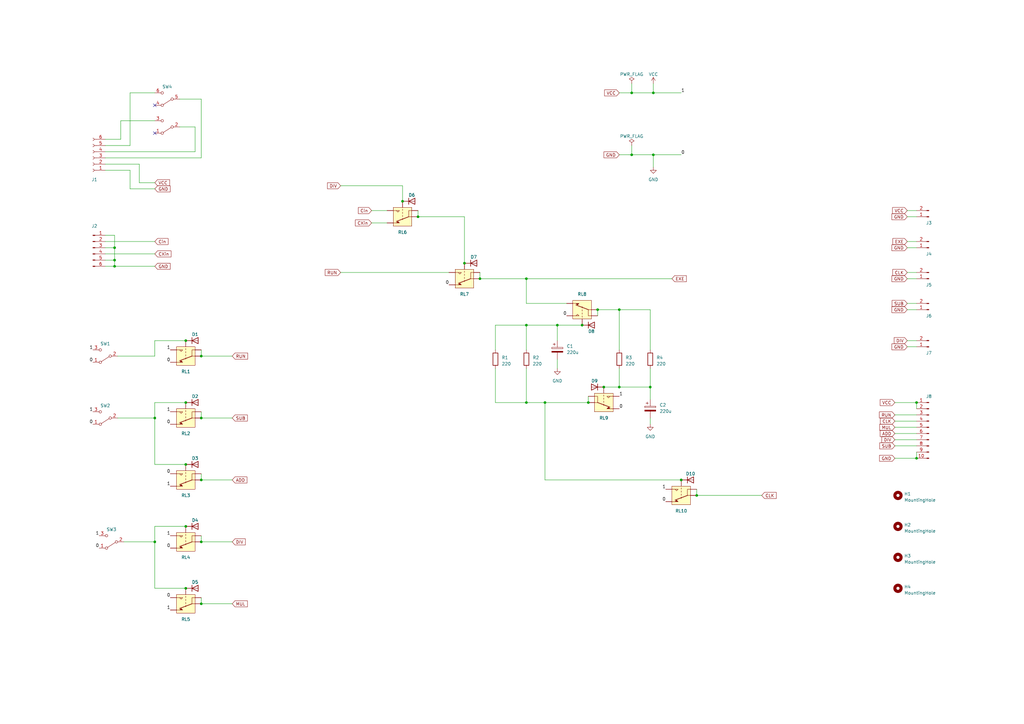
<source format=kicad_sch>
(kicad_sch (version 20230121) (generator eeschema)
  (paper "A3")
  (lib_symbols
    (symbol "Connector:Conn_01x02_Pin" (pin_names (offset 1.016) hide)
      (property "Reference" "J" (at 0 2.54 0))
      (property "Value" "Conn_01x02_Pin" (at 0 -5.08 0))
      (symbol "Conn_01x02_Pin_1_1"
        (polyline (pts (xy 1.27 -2.54) (xy 0.8636 -2.54)) (stroke (width 0.1524)))
        (polyline (pts (xy 1.27 0) (xy 0.8636 0)) (stroke (width 0.1524)))
        (rectangle (start 0.8636 -2.413) (end 0 -2.667) (stroke (width 0.1524)) (fill (type outline)))
        (rectangle (start 0.8636 0.127) (end 0 -0.127) (stroke (width 0.1524)) (fill (type outline)))
        (pin passive line (at 5.08 0 180) (length 3.81) (name "Pin_1") (number "1"))
        (pin passive line (at 5.08 -2.54 180) (length 3.81) (name "Pin_2") (number "2"))
      )
    )
    (symbol "Connector:Conn_01x06_Pin" (pin_names (offset 1.016) hide)
      (property "Reference" "J" (at 0 7.62 0))
      (property "Value" "Conn_01x06_Pin" (at 0 -10.16 0))
      (symbol "Conn_01x06_Pin_1_1"
        (polyline (pts (xy 1.27 -7.62) (xy 0.8636 -7.62)) (stroke (width 0.1524)))
        (polyline (pts (xy 1.27 -5.08) (xy 0.8636 -5.08)) (stroke (width 0.1524)))
        (polyline (pts (xy 1.27 -2.54) (xy 0.8636 -2.54)) (stroke (width 0.1524)))
        (polyline (pts (xy 1.27 0) (xy 0.8636 0)) (stroke (width 0.1524)))
        (polyline (pts (xy 1.27 2.54) (xy 0.8636 2.54)) (stroke (width 0.1524)))
        (polyline (pts (xy 1.27 5.08) (xy 0.8636 5.08)) (stroke (width 0.1524)))
        (rectangle (start 0.8636 -7.493) (end 0 -7.747) (stroke (width 0.1524)) (fill (type outline)))
        (rectangle (start 0.8636 -4.953) (end 0 -5.207) (stroke (width 0.1524)) (fill (type outline)))
        (rectangle (start 0.8636 -2.413) (end 0 -2.667) (stroke (width 0.1524)) (fill (type outline)))
        (rectangle (start 0.8636 0.127) (end 0 -0.127) (stroke (width 0.1524)) (fill (type outline)))
        (rectangle (start 0.8636 2.667) (end 0 2.413) (stroke (width 0.1524)) (fill (type outline)))
        (rectangle (start 0.8636 5.207) (end 0 4.953) (stroke (width 0.1524)) (fill (type outline)))
        (pin passive line (at 5.08 5.08 180) (length 3.81) (name "Pin_1") (number "1"))
        (pin passive line (at 5.08 2.54 180) (length 3.81) (name "Pin_2") (number "2"))
        (pin passive line (at 5.08 0 180) (length 3.81) (name "Pin_3") (number "3"))
        (pin passive line (at 5.08 -2.54 180) (length 3.81) (name "Pin_4") (number "4"))
        (pin passive line (at 5.08 -5.08 180) (length 3.81) (name "Pin_5") (number "5"))
        (pin passive line (at 5.08 -7.62 180) (length 3.81) (name "Pin_6") (number "6"))
      )
    )
    (symbol "Connector:Conn_01x06_Socket" (pin_names (offset 1.016) hide)
      (property "Reference" "J" (at 0 7.62 0))
      (property "Value" "Conn_01x06_Socket" (at 0 -10.16 0))
      (symbol "Conn_01x06_Socket_1_1"
        (arc (start 0 -7.112) (mid -0.5058 -7.62) (end 0 -8.128) (stroke (width 0.1524)))
        (arc (start 0 -4.572) (mid -0.5058 -5.08) (end 0 -5.588) (stroke (width 0.1524)))
        (arc (start 0 -2.032) (mid -0.5058 -2.54) (end 0 -3.048) (stroke (width 0.1524)))
        (polyline (pts (xy -1.27 -7.62) (xy -0.508 -7.62)) (stroke (width 0.1524)))
        (polyline (pts (xy -1.27 -5.08) (xy -0.508 -5.08)) (stroke (width 0.1524)))
        (polyline (pts (xy -1.27 -2.54) (xy -0.508 -2.54)) (stroke (width 0.1524)))
        (polyline (pts (xy -1.27 0) (xy -0.508 0)) (stroke (width 0.1524)))
        (polyline (pts (xy -1.27 2.54) (xy -0.508 2.54)) (stroke (width 0.1524)))
        (polyline (pts (xy -1.27 5.08) (xy -0.508 5.08)) (stroke (width 0.1524)))
        (arc (start 0 0.508) (mid -0.5058 0) (end 0 -0.508) (stroke (width 0.1524)))
        (arc (start 0 3.048) (mid -0.5058 2.54) (end 0 2.032) (stroke (width 0.1524)))
        (arc (start 0 5.588) (mid -0.5058 5.08) (end 0 4.572) (stroke (width 0.1524)))
        (pin passive line (at -5.08 5.08 0) (length 3.81) (name "Pin_1") (number "1"))
        (pin passive line (at -5.08 2.54 0) (length 3.81) (name "Pin_2") (number "2"))
        (pin passive line (at -5.08 0 0) (length 3.81) (name "Pin_3") (number "3"))
        (pin passive line (at -5.08 -2.54 0) (length 3.81) (name "Pin_4") (number "4"))
        (pin passive line (at -5.08 -5.08 0) (length 3.81) (name "Pin_5") (number "5"))
        (pin passive line (at -5.08 -7.62 0) (length 3.81) (name "Pin_6") (number "6"))
      )
    )
    (symbol "Connector:Conn_01x10_Pin" (pin_names (offset 1.016) hide)
      (property "Reference" "J" (at 0 12.7 0))
      (property "Value" "Conn_01x10_Pin" (at 0 -15.24 0))
      (symbol "Conn_01x10_Pin_1_1"
        (polyline (pts (xy 1.27 -12.7) (xy 0.8636 -12.7)) (stroke (width 0.1524)))
        (polyline (pts (xy 1.27 -10.16) (xy 0.8636 -10.16)) (stroke (width 0.1524)))
        (polyline (pts (xy 1.27 -7.62) (xy 0.8636 -7.62)) (stroke (width 0.1524)))
        (polyline (pts (xy 1.27 -5.08) (xy 0.8636 -5.08)) (stroke (width 0.1524)))
        (polyline (pts (xy 1.27 -2.54) (xy 0.8636 -2.54)) (stroke (width 0.1524)))
        (polyline (pts (xy 1.27 0) (xy 0.8636 0)) (stroke (width 0.1524)))
        (polyline (pts (xy 1.27 2.54) (xy 0.8636 2.54)) (stroke (width 0.1524)))
        (polyline (pts (xy 1.27 5.08) (xy 0.8636 5.08)) (stroke (width 0.1524)))
        (polyline (pts (xy 1.27 7.62) (xy 0.8636 7.62)) (stroke (width 0.1524)))
        (polyline (pts (xy 1.27 10.16) (xy 0.8636 10.16)) (stroke (width 0.1524)))
        (rectangle (start 0.8636 -12.573) (end 0 -12.827) (stroke (width 0.1524)) (fill (type outline)))
        (rectangle (start 0.8636 -10.033) (end 0 -10.287) (stroke (width 0.1524)) (fill (type outline)))
        (rectangle (start 0.8636 -7.493) (end 0 -7.747) (stroke (width 0.1524)) (fill (type outline)))
        (rectangle (start 0.8636 -4.953) (end 0 -5.207) (stroke (width 0.1524)) (fill (type outline)))
        (rectangle (start 0.8636 -2.413) (end 0 -2.667) (stroke (width 0.1524)) (fill (type outline)))
        (rectangle (start 0.8636 0.127) (end 0 -0.127) (stroke (width 0.1524)) (fill (type outline)))
        (rectangle (start 0.8636 2.667) (end 0 2.413) (stroke (width 0.1524)) (fill (type outline)))
        (rectangle (start 0.8636 5.207) (end 0 4.953) (stroke (width 0.1524)) (fill (type outline)))
        (rectangle (start 0.8636 7.747) (end 0 7.493) (stroke (width 0.1524)) (fill (type outline)))
        (rectangle (start 0.8636 10.287) (end 0 10.033) (stroke (width 0.1524)) (fill (type outline)))
        (pin passive line (at 5.08 10.16 180) (length 3.81) (name "Pin_1") (number "1"))
        (pin passive line (at 5.08 -12.7 180) (length 3.81) (name "Pin_10") (number "10"))
        (pin passive line (at 5.08 7.62 180) (length 3.81) (name "Pin_2") (number "2"))
        (pin passive line (at 5.08 5.08 180) (length 3.81) (name "Pin_3") (number "3"))
        (pin passive line (at 5.08 2.54 180) (length 3.81) (name "Pin_4") (number "4"))
        (pin passive line (at 5.08 0 180) (length 3.81) (name "Pin_5") (number "5"))
        (pin passive line (at 5.08 -2.54 180) (length 3.81) (name "Pin_6") (number "6"))
        (pin passive line (at 5.08 -5.08 180) (length 3.81) (name "Pin_7") (number "7"))
        (pin passive line (at 5.08 -7.62 180) (length 3.81) (name "Pin_8") (number "8"))
        (pin passive line (at 5.08 -10.16 180) (length 3.81) (name "Pin_9") (number "9"))
      )
    )
    (symbol "Device:C_Polarized" (pin_numbers hide) (pin_names (offset 0.254))
      (property "Reference" "C" (at 0.635 2.54 0))
      (property "Value" "C_Polarized" (at 0.635 -2.54 0))
      (symbol "C_Polarized_0_1"
        (rectangle (start -2.286 0.508) (end 2.286 1.016))
        (polyline (pts (xy -1.778 2.286) (xy -0.762 2.286)))
        (polyline (pts (xy -1.27 2.794) (xy -1.27 1.778)))
        (rectangle (start 2.286 -0.508) (end -2.286 -1.016) (fill (type outline)))
      )
      (symbol "C_Polarized_1_1"
        (pin passive line (at 0 3.81 270) (length 2.794) (name "~") (number "1"))
        (pin passive line (at 0 -3.81 90) (length 2.794) (name "~") (number "2"))
      )
    )
    (symbol "Device:R" (pin_numbers hide) (pin_names (offset 0))
      (property "Reference" "R" (at 2.032 0 90))
      (property "Value" "R" (at 0 0 90))
      (symbol "R_0_1"
        (rectangle (start -1.016 -2.54) (end 1.016 2.54) (stroke (width 0.254)))
      )
      (symbol "R_1_1"
        (pin passive line (at 0 3.81 270) (length 1.27) (name "~") (number "1"))
        (pin passive line (at 0 -3.81 90) (length 1.27) (name "~") (number "2"))
      )
    )
    (symbol "Mechanical:MountingHole" (pin_names (offset 1.016))
      (property "Reference" "H" (at 0 5.08 0))
      (property "Value" "MountingHole" (at 0 3.175 0))
      (symbol "MountingHole_0_1"
        (circle (center 0 0) (radius 1.27) (stroke (width 1.27)))
      )
    )
    (symbol "MevaLlibreria:1N4007_FLYB" (pin_numbers hide) (pin_names (offset 0.002))
      (property "Reference" "D" (at 0 2.54 0))
      (symbol "1N4007_FLYB_0_1"
        (polyline (pts (xy -1.27 1.27) (xy -1.27 -1.27)) (stroke (width 0.254)))
        (polyline (pts (xy 1.27 0) (xy -1.27 0)))
        (polyline (pts (xy 1.27 1.27) (xy 1.27 -1.27) (xy -1.27 0) (xy 1.27 1.27)) (stroke (width 0.254)))
      )
      (symbol "1N4007_FLYB_1_1"
        (pin passive line (at -3.81 0 0) (length 2.54) (name "~") (number "1"))
        (pin power_in line (at 1.27 0 0) (length 2.54) hide (name "GND") (number "2"))
      )
    )
    (symbol "MevaLlibreria:G5V-1" (pin_numbers hide)
      (property "Reference" "RL" (at 0 -5.08 0))
      (symbol "G5V-1_0_0"
        (polyline (pts (xy -3.81 2.54) (xy -1.27 2.54) (xy -1.905 1.905) (xy -2.54 2.54)))
      )
      (symbol "G5V-1_0_1"
        (rectangle (start -3.81 3.81) (end 3.81 -3.81) (fill (type background)))
        (polyline (pts (xy 0 -0.635) (xy 0 -1.27)))
        (polyline (pts (xy 0 0.635) (xy 0 0)))
        (polyline (pts (xy 0 1.905) (xy 0 1.27)))
        (polyline (pts (xy 0 3.175) (xy 0 2.54)))
        (polyline (pts (xy 2.54 0) (xy -2.54 -1.905)) (stroke (width 0.254)))
        (polyline (pts (xy 3.81 0) (xy 2.54 0)))
        (polyline (pts (xy -3.81 -2.54) (xy -1.27 -2.54) (xy -1.905 -1.905) (xy -2.54 -2.54)) (fill (type outline)))
      )
      (symbol "G5V-1_1_1"
        (polyline (pts (xy 3.81 2.54) (xy 2.54 2.54) (xy 2.54 0)))
        (pin input line (at -6.35 -2.54 0) (length 2.54) (name "~") (number "1"))
        (pin input line (at -6.35 2.54 0) (length 2.54) (name "~") (number "10"))
        (pin power_in line (at 2.54 -2.54 270) (length 2.54) hide (name "GND") (number "2"))
        (pin output line (at 6.35 0 180) (length 2.54) (name "~") (number "5"))
        (pin passive line (at 6.35 2.54 180) (length 2.54) (name "~") (number "6"))
        (pin input line (at 0 6.35 270) (length 2.54) (name "~") (number "9"))
      )
    )
    (symbol "MevaLlibreria:SW_DPDT" (pin_names (offset 0) hide)
      (property "Reference" "SW" (at 0 -16.51 0))
      (symbol "SW_DPDT_0_0"
        (circle (center -2.032 -11.43) (radius 0.508))
        (circle (center -2.032 0) (radius 0.508))
        (circle (center 2.032 -13.97) (radius 0.508))
        (circle (center 2.032 -2.54) (radius 0.508))
      )
      (symbol "SW_DPDT_0_1"
        (polyline (pts (xy -1.524 -11.176) (xy 1.651 -9.144)))
        (polyline (pts (xy -1.524 0.254) (xy 1.651 2.286)))
        (circle (center 2.032 -8.89) (radius 0.508))
        (circle (center 2.032 2.54) (radius 0.508))
      )
      (symbol "SW_DPDT_1_1"
        (pin passive line (at 5.08 2.54 180) (length 2.54) (name "A") (number "1"))
        (pin passive line (at -5.08 0 0) (length 2.54) (name "B") (number "2"))
        (pin passive line (at 5.08 -2.54 180) (length 2.54) (name "C") (number "3"))
        (pin passive line (at 5.08 -8.89 180) (length 2.54) (name "D") (number "4"))
        (pin passive line (at -5.08 -11.43 0) (length 2.54) (name "E") (number "5"))
        (pin passive line (at 5.08 -13.97 180) (length 2.54) (name "F") (number "6"))
      )
    )
    (symbol "MevaLlibreria:SW_SPDT" (pin_names (offset 0) hide)
      (property "Reference" "SW" (at 0 -5.08 0))
      (symbol "SW_SPDT_0_0"
        (circle (center -2.032 0) (radius 0.508))
        (circle (center 2.032 -2.54) (radius 0.508))
      )
      (symbol "SW_SPDT_0_1"
        (polyline (pts (xy -1.524 0.254) (xy 1.651 2.286)))
        (circle (center 2.032 2.54) (radius 0.508))
      )
      (symbol "SW_SPDT_1_1"
        (pin passive line (at 5.08 2.54 180) (length 2.54) (name "A") (number "1"))
        (pin passive line (at -5.08 0 0) (length 2.54) (name "B") (number "2"))
        (pin passive line (at 5.08 -2.54 180) (length 2.54) (name "C") (number "3"))
      )
    )
    (symbol "power:GND" (power) (pin_names (offset 0))
      (property "Value" "GND" (at 0 -3.81 0))
      (symbol "GND_0_1"
        (polyline (pts (xy 0 0) (xy 0 -1.27) (xy 1.27 -1.27) (xy 0 -2.54) (xy -1.27 -1.27) (xy 0 -1.27)))
      )
      (symbol "GND_1_1"
        (pin power_in line (at 0 0 270) (length 0) hide (name "GND") (number "1"))
      )
    )
    (symbol "power:PWR_FLAG" (power) (pin_numbers hide) (pin_names (offset 0) hide)
      (property "Value" "PWR_FLAG" (at 0 3.81 0))
      (symbol "PWR_FLAG_0_0"
        (pin power_out line (at 0 0 90) (length 0) (name "pwr") (number "1"))
      )
      (symbol "PWR_FLAG_0_1"
        (polyline (pts (xy 0 0) (xy 0 1.27) (xy -1.016 1.905) (xy 0 2.54) (xy 1.016 1.905) (xy 0 1.27)))
      )
    )
    (symbol "power:VCC" (power) (pin_names (offset 0))
      (property "Value" "VCC" (at 0 3.81 0))
      (symbol "VCC_0_1"
        (polyline (pts (xy -0.762 1.27) (xy 0 2.54)))
        (polyline (pts (xy 0 0) (xy 0 2.54)))
        (polyline (pts (xy 0 2.54) (xy 0.762 1.27)))
      )
      (symbol "VCC_1_1"
        (pin power_in line (at 0 0 90) (length 0) hide (name "VCC") (number "1"))
      )
    )
  )
  (junction (at 46.99 106.68))
  (junction (at 82.55 146.05))
  (junction (at 46.99 101.6))
  (junction (at 267.97 63.5))
  (junction (at 267.97 38.1))
  (junction (at 171.45 88.9))
  (junction (at 285.75 203.2))
  (junction (at 76.2 165.1))
  (junction (at 228.6 133.35))
  (junction (at 254 158.75))
  (junction (at 238.76 133.35))
  (junction (at 76.2 139.7))
  (junction (at 245.11 127))
  (junction (at 215.9 133.35))
  (junction (at 375.92 187.96))
  (junction (at 165.1 82.55))
  (junction (at 190.5 107.95))
  (junction (at 82.55 222.25))
  (junction (at 76.2 241.3))
  (junction (at 259.08 38.1))
  (junction (at 46.99 109.22))
  (junction (at 375.92 165.1))
  (junction (at 215.9 114.3))
  (junction (at 254 127))
  (junction (at 82.55 247.65))
  (junction (at 82.55 196.85))
  (junction (at 63.5 171.45))
  (junction (at 76.2 190.5))
  (junction (at 223.52 165.1))
  (junction (at 241.3 165.1))
  (junction (at 63.5 222.25))
  (junction (at 247.65 158.75))
  (junction (at 196.85 114.3))
  (junction (at 266.7 158.75))
  (junction (at 215.9 165.1))
  (junction (at 279.4 196.85))
  (junction (at 76.2 215.9))
  (junction (at 259.08 63.5))
  (junction (at 82.55 171.45))
  (no_connect (at 63.5 43.18))
  (no_connect (at 63.5 54.61))
  (wire (pts (xy 367.03 170.18) (xy 375.92 170.18)))
  (wire (pts (xy 63.5 222.25) (xy 63.5 215.9)))
  (wire (pts (xy 82.55 194.31) (xy 82.55 196.85)))
  (wire (pts (xy 43.18 99.06) (xy 63.5 99.06)))
  (wire (pts (xy 82.55 219.71) (xy 82.55 222.25)))
  (wire (pts (xy 254 127) (xy 254 143.51)))
  (wire (pts (xy 49.53 57.15) (xy 49.53 49.53)))
  (wire (pts (xy 254 127) (xy 266.7 127)))
  (wire (pts (xy 279.4 196.85) (xy 223.52 196.85)))
  (wire (pts (xy 63.5 146.05) (xy 63.5 139.7)))
  (wire (pts (xy 165.1 76.2) (xy 165.1 82.55)))
  (wire (pts (xy 80.01 52.07) (xy 73.66 52.07)))
  (wire (pts (xy 267.97 38.1) (xy 279.4 38.1)))
  (wire (pts (xy 43.18 101.6) (xy 46.99 101.6)))
  (wire (pts (xy 53.34 38.1) (xy 63.5 38.1)))
  (wire (pts (xy 63.5 74.93) (xy 57.15 74.93)))
  (wire (pts (xy 203.2 133.35) (xy 215.9 133.35)))
  (wire (pts (xy 82.55 168.91) (xy 82.55 171.45)))
  (wire (pts (xy 372.11 101.6) (xy 375.92 101.6)))
  (wire (pts (xy 259.08 38.1) (xy 267.97 38.1)))
  (wire (pts (xy 48.26 171.45) (xy 63.5 171.45)))
  (wire (pts (xy 43.18 109.22) (xy 46.99 109.22)))
  (wire (pts (xy 43.18 59.69) (xy 53.34 59.69)))
  (wire (pts (xy 367.03 177.8) (xy 375.92 177.8)))
  (wire (pts (xy 245.11 127) (xy 254 127)))
  (wire (pts (xy 43.18 106.68) (xy 46.99 106.68)))
  (wire (pts (xy 247.65 158.75) (xy 254 158.75)))
  (wire (pts (xy 372.11 88.9) (xy 375.92 88.9)))
  (wire (pts (xy 53.34 59.69) (xy 53.34 38.1)))
  (wire (pts (xy 139.7 76.2) (xy 165.1 76.2)))
  (wire (pts (xy 372.11 86.36) (xy 375.92 86.36)))
  (wire (pts (xy 82.55 245.11) (xy 82.55 247.65)))
  (wire (pts (xy 171.45 86.36) (xy 171.45 88.9)))
  (wire (pts (xy 254 158.75) (xy 266.7 158.75)))
  (wire (pts (xy 228.6 133.35) (xy 238.76 133.35)))
  (wire (pts (xy 266.7 171.45) (xy 266.7 173.99)))
  (wire (pts (xy 46.99 101.6) (xy 46.99 106.68)))
  (wire (pts (xy 190.5 88.9) (xy 190.5 107.95)))
  (wire (pts (xy 372.11 127) (xy 375.92 127)))
  (wire (pts (xy 196.85 111.76) (xy 196.85 114.3)))
  (wire (pts (xy 63.5 241.3) (xy 63.5 222.25)))
  (wire (pts (xy 375.92 167.64) (xy 375.92 165.1)))
  (wire (pts (xy 215.9 133.35) (xy 215.9 143.51)))
  (wire (pts (xy 215.9 151.13) (xy 215.9 165.1)))
  (wire (pts (xy 367.03 180.34) (xy 375.92 180.34)))
  (wire (pts (xy 63.5 171.45) (xy 63.5 190.5)))
  (wire (pts (xy 82.55 64.77) (xy 82.55 40.64)))
  (wire (pts (xy 53.34 77.47) (xy 53.34 69.85)))
  (wire (pts (xy 215.9 114.3) (xy 275.59 114.3)))
  (wire (pts (xy 63.5 171.45) (xy 63.5 165.1)))
  (wire (pts (xy 254 63.5) (xy 259.08 63.5)))
  (wire (pts (xy 43.18 96.52) (xy 46.99 96.52)))
  (wire (pts (xy 215.9 133.35) (xy 228.6 133.35)))
  (wire (pts (xy 46.99 109.22) (xy 63.5 109.22)))
  (wire (pts (xy 372.11 99.06) (xy 375.92 99.06)))
  (wire (pts (xy 254 151.13) (xy 254 158.75)))
  (wire (pts (xy 95.25 146.05) (xy 82.55 146.05)))
  (wire (pts (xy 43.18 64.77) (xy 82.55 64.77)))
  (wire (pts (xy 82.55 143.51) (xy 82.55 146.05)))
  (wire (pts (xy 46.99 96.52) (xy 46.99 101.6)))
  (wire (pts (xy 228.6 133.35) (xy 228.6 139.7)))
  (wire (pts (xy 259.08 63.5) (xy 267.97 63.5)))
  (wire (pts (xy 203.2 133.35) (xy 203.2 143.51)))
  (wire (pts (xy 215.9 114.3) (xy 196.85 114.3)))
  (wire (pts (xy 50.8 222.25) (xy 63.5 222.25)))
  (wire (pts (xy 367.03 175.26) (xy 375.92 175.26)))
  (wire (pts (xy 285.75 200.66) (xy 285.75 203.2)))
  (wire (pts (xy 267.97 63.5) (xy 279.4 63.5)))
  (wire (pts (xy 95.25 171.45) (xy 82.55 171.45)))
  (wire (pts (xy 203.2 165.1) (xy 215.9 165.1)))
  (wire (pts (xy 80.01 52.07) (xy 80.01 62.23)))
  (wire (pts (xy 223.52 165.1) (xy 241.3 165.1)))
  (wire (pts (xy 259.08 59.69) (xy 259.08 63.5)))
  (wire (pts (xy 171.45 88.9) (xy 190.5 88.9)))
  (wire (pts (xy 76.2 241.3) (xy 63.5 241.3)))
  (wire (pts (xy 367.03 172.72) (xy 375.92 172.72)))
  (wire (pts (xy 372.11 111.76) (xy 375.92 111.76)))
  (wire (pts (xy 139.7 111.76) (xy 184.15 111.76)))
  (wire (pts (xy 95.25 222.25) (xy 82.55 222.25)))
  (wire (pts (xy 367.03 165.1) (xy 375.92 165.1)))
  (wire (pts (xy 267.97 63.5) (xy 267.97 68.58)))
  (wire (pts (xy 95.25 247.65) (xy 82.55 247.65)))
  (wire (pts (xy 57.15 74.93) (xy 57.15 67.31)))
  (wire (pts (xy 215.9 114.3) (xy 215.9 124.46)))
  (wire (pts (xy 43.18 69.85) (xy 53.34 69.85)))
  (wire (pts (xy 63.5 215.9) (xy 76.2 215.9)))
  (wire (pts (xy 372.11 139.7) (xy 375.92 139.7)))
  (wire (pts (xy 372.11 142.24) (xy 375.92 142.24)))
  (wire (pts (xy 266.7 158.75) (xy 266.7 163.83)))
  (wire (pts (xy 152.4 91.44) (xy 158.75 91.44)))
  (wire (pts (xy 215.9 124.46) (xy 232.41 124.46)))
  (wire (pts (xy 43.18 104.14) (xy 63.5 104.14)))
  (wire (pts (xy 46.99 106.68) (xy 46.99 109.22)))
  (wire (pts (xy 372.11 114.3) (xy 375.92 114.3)))
  (wire (pts (xy 241.3 162.56) (xy 241.3 165.1)))
  (wire (pts (xy 215.9 165.1) (xy 223.52 165.1)))
  (wire (pts (xy 312.42 203.2) (xy 285.75 203.2)))
  (wire (pts (xy 63.5 77.47) (xy 53.34 77.47)))
  (wire (pts (xy 228.6 147.32) (xy 228.6 151.13)))
  (wire (pts (xy 43.18 62.23) (xy 80.01 62.23)))
  (wire (pts (xy 259.08 34.29) (xy 259.08 38.1)))
  (wire (pts (xy 43.18 57.15) (xy 49.53 57.15)))
  (wire (pts (xy 367.03 182.88) (xy 375.92 182.88)))
  (wire (pts (xy 95.25 196.85) (xy 82.55 196.85)))
  (wire (pts (xy 203.2 151.13) (xy 203.2 165.1)))
  (wire (pts (xy 267.97 38.1) (xy 267.97 34.29)))
  (wire (pts (xy 43.18 67.31) (xy 57.15 67.31)))
  (wire (pts (xy 266.7 151.13) (xy 266.7 158.75)))
  (wire (pts (xy 152.4 86.36) (xy 158.75 86.36)))
  (wire (pts (xy 375.92 187.96) (xy 375.92 185.42)))
  (wire (pts (xy 367.03 187.96) (xy 375.92 187.96)))
  (wire (pts (xy 372.11 124.46) (xy 375.92 124.46)))
  (wire (pts (xy 76.2 190.5) (xy 63.5 190.5)))
  (wire (pts (xy 63.5 165.1) (xy 76.2 165.1)))
  (wire (pts (xy 245.11 127) (xy 245.11 129.54)))
  (wire (pts (xy 63.5 139.7) (xy 76.2 139.7)))
  (wire (pts (xy 223.52 196.85) (xy 223.52 165.1)))
  (wire (pts (xy 254 38.1) (xy 259.08 38.1)))
  (wire (pts (xy 266.7 127) (xy 266.7 143.51)))
  (wire (pts (xy 82.55 40.64) (xy 73.66 40.64)))
  (wire (pts (xy 49.53 49.53) (xy 63.5 49.53)))
  (wire (pts (xy 48.26 146.05) (xy 63.5 146.05)))
  (label "0" (at 232.41 129.54 180))
  (label "1" (at 273.05 200.66 180))
  (label "0" (at 69.85 194.31 180))
  (label "0" (at 273.05 205.74 180))
  (label "1" (at 254 162.56 0))
  (label "1" (at 69.85 250.19 180))
  (label "0" (at 69.85 245.11 180))
  (label "1" (at 69.85 168.91 180))
  (label "0" (at 69.85 173.99 180))
  (label "1" (at 279.4 38.1 0))
  (label "1" (at 38.1 143.51 180))
  (label "1" (at 69.85 219.71 180))
  (label "1" (at 38.1 168.91 180))
  (label "0" (at 38.1 148.59 180))
  (label "0" (at 69.85 148.59 180))
  (label "1" (at 40.64 219.71 180))
  (label "0" (at 69.85 224.79 180))
  (label "0" (at 40.64 224.79 180))
  (label "1" (at 69.85 143.51 180))
  (label "0" (at 279.4 63.5 0))
  (label "0" (at 184.15 116.84 180))
  (label "0" (at 38.1 173.99 180))
  (label "0" (at 254 167.64 0))
  (label "1" (at 69.85 199.39 180))
  (global_label "RUN" (shape input) (at 367.03 170.18 180) (property "Intersheetrefs" "${INTERSHEET_REFS}" (effects hide)))
  (global_label "VCC" (shape input) (at 254 38.1 180) (property "Intersheetrefs" "${INTERSHEET_REFS}" (effects hide)))
  (global_label "GND" (shape input) (at 372.11 127 180) (property "Intersheetrefs" "${INTERSHEET_REFS}" (effects hide)))
  (global_label "SUB" (shape input) (at 372.11 124.46 180) (property "Intersheetrefs" "${INTERSHEET_REFS}" (effects hide)))
  (global_label "EXE" (shape input) (at 372.11 99.06 180) (property "Intersheetrefs" "${INTERSHEET_REFS}" (effects hide)))
  (global_label "VCC" (shape input) (at 367.03 165.1 180) (property "Intersheetrefs" "${INTERSHEET_REFS}" (effects hide)))
  (global_label "MUL" (shape input) (at 95.25 247.65 0) (property "Intersheetrefs" "${INTERSHEET_REFS}" (effects hide)))
  (global_label "CLK" (shape input) (at 372.11 111.76 180) (property "Intersheetrefs" "${INTERSHEET_REFS}" (effects hide)))
  (global_label "EXE" (shape input) (at 275.59 114.3 0) (property "Intersheetrefs" "${INTERSHEET_REFS}" (effects hide)))
  (global_label "GND" (shape input) (at 372.11 88.9 180) (property "Intersheetrefs" "${INTERSHEET_REFS}" (effects hide)))
  (global_label "GND" (shape input) (at 254 63.5 180) (property "Intersheetrefs" "${INTERSHEET_REFS}" (effects hide)))
  (global_label "Cin" (shape input) (at 63.5 99.06 0) (property "Intersheetrefs" "${INTERSHEET_REFS}" (effects hide)))
  (global_label "DIV" (shape input) (at 139.7 76.2 180) (property "Intersheetrefs" "${INTERSHEET_REFS}" (effects hide)))
  (global_label "ADD" (shape input) (at 95.25 196.85 0) (property "Intersheetrefs" "${INTERSHEET_REFS}" (effects hide)))
  (global_label "DIV" (shape input) (at 372.11 139.7 180) (property "Intersheetrefs" "${INTERSHEET_REFS}" (effects hide)))
  (global_label "CXin" (shape input) (at 63.5 104.14 0) (property "Intersheetrefs" "${INTERSHEET_REFS}" (effects hide)))
  (global_label "DIV" (shape input) (at 367.03 180.34 180) (property "Intersheetrefs" "${INTERSHEET_REFS}" (effects hide)))
  (global_label "ADD" (shape input) (at 367.03 177.8 180) (property "Intersheetrefs" "${INTERSHEET_REFS}" (effects hide)))
  (global_label "GND" (shape input) (at 372.11 101.6 180) (property "Intersheetrefs" "${INTERSHEET_REFS}" (effects hide)))
  (global_label "RUN" (shape input) (at 139.7 111.76 180) (property "Intersheetrefs" "${INTERSHEET_REFS}" (effects hide)))
  (global_label "GND" (shape input) (at 63.5 77.47 0) (property "Intersheetrefs" "${INTERSHEET_REFS}" (effects hide)))
  (global_label "Cin" (shape input) (at 152.4 86.36 180) (property "Intersheetrefs" "${INTERSHEET_REFS}" (effects hide)))
  (global_label "SUB" (shape input) (at 95.25 171.45 0) (property "Intersheetrefs" "${INTERSHEET_REFS}" (effects hide)))
  (global_label "MUL" (shape input) (at 367.03 175.26 180) (property "Intersheetrefs" "${INTERSHEET_REFS}" (effects hide)))
  (global_label "GND" (shape input) (at 63.5 109.22 0) (property "Intersheetrefs" "${INTERSHEET_REFS}" (effects hide)))
  (global_label "DIV" (shape input) (at 95.25 222.25 0) (property "Intersheetrefs" "${INTERSHEET_REFS}" (effects hide)))
  (global_label "SUB" (shape input) (at 367.03 182.88 180) (property "Intersheetrefs" "${INTERSHEET_REFS}" (effects hide)))
  (global_label "GND" (shape input) (at 367.03 187.96 180) (property "Intersheetrefs" "${INTERSHEET_REFS}" (effects hide)))
  (global_label "CLK" (shape input) (at 312.42 203.2 0) (property "Intersheetrefs" "${INTERSHEET_REFS}" (effects hide)))
  (global_label "GND" (shape input) (at 372.11 142.24 180) (property "Intersheetrefs" "${INTERSHEET_REFS}" (effects hide)))
  (global_label "GND" (shape input) (at 372.11 114.3 180) (property "Intersheetrefs" "${INTERSHEET_REFS}" (effects hide)))
  (global_label "VCC" (shape input) (at 372.11 86.36 180) (property "Intersheetrefs" "${INTERSHEET_REFS}" (effects hide)))
  (global_label "RUN" (shape input) (at 95.25 146.05 0) (property "Intersheetrefs" "${INTERSHEET_REFS}" (effects hide)))
  (global_label "VCC" (shape input) (at 63.5 74.93 0) (property "Intersheetrefs" "${INTERSHEET_REFS}" (effects hide)))
  (global_label "CLK" (shape input) (at 367.03 172.72 180) (property "Intersheetrefs" "${INTERSHEET_REFS}" (effects hide)))
  (global_label "CXin" (shape input) (at 152.4 91.44 180) (property "Intersheetrefs" "${INTERSHEET_REFS}" (effects hide)))
  (symbol (lib_id "Connector:Conn_01x10_Pin") (at 381 175.26 0) (mirror y) (unit 1)
    (property "Reference" "J8" (at 381 162.56 0))
    (property "Value" "Conn_01x10_Pin" (effects hide))
    (property "Footprint" "Connector_IDC:IDC-Header_2x05_P2.54mm_Horizontal" (effects hide))
  )
  (symbol (lib_id "Connector:Conn_01x02_Pin") (at 381 127 180) (unit 1)
    (property "Reference" "J6" (at 381 129.54 0))
    (property "Value" "Conn_01x02_Pin" (effects hide))
    (property "Footprint" "Connector_JST:JST_XH_B2B-XH-A_1x02_P2.50mm_Vertical" (effects hide))
  )
  (symbol (lib_id "MevaLlibreria:G5V-1") (at 76.2 196.85 0) (unit 1)
    (property "Reference" "RL3" (at 76.2 203.2 0))
    (property "Value" "G5V-1" (effects hide))
    (property "Footprint" "MevaLlibreriaFootprint:Relay_SPDT_Omron_G5V-1_girat" (effects hide))
    (property "Sim.Name" "74LVC1G3157" (effects hide))
    (property "Sim.Library" "../SpiceModelsGlobal/AnalogSPDT.txt" (effects hide))
    (property "Sim.Device" "SUBCKT" (effects hide))
    (property "Sim.Pins" "1=1 3=3 4=4 5=5 6=6" (effects hide))
  )
  (symbol (lib_id "Connector:Conn_01x06_Pin") (at 38.1 101.6 0) (unit 1)
    (property "Reference" "J2" (at 38.735 92.71 0))
    (property "Value" "Conn_01x06_Pin" (effects hide))
    (property "Footprint" "Connector_IDC:IDC-Header_2x03_P2.54mm_Horizontal" (effects hide))
  )
  (symbol (lib_id "MevaLlibreria:G5V-1") (at 247.65 165.1 0) (mirror y) (unit 1)
    (property "Reference" "RL9" (at 247.65 171.45 0))
    (property "Value" "G5V-1" (effects hide))
    (property "Footprint" "MevaLlibreriaFootprint:Relay_SPDT_Omron_G5V-1_girat" (effects hide))
    (property "Sim.Name" "74LVC1G3157" (effects hide))
    (property "Sim.Library" "../SpiceModelsGlobal/AnalogSPDT.txt" (effects hide))
    (property "Sim.Device" "SUBCKT" (effects hide))
    (property "Sim.Pins" "1=1 3=3 4=4 5=5 6=6" (effects hide))
  )
  (symbol (lib_id "MevaLlibreria:1N4007_FLYB") (at 80.01 215.9 0) (unit 1)
    (property "Reference" "D4" (at 80.01 213.36 0))
    (property "Value" "1N4007_FLYB" (effects hide))
    (property "Footprint" "Diode_THT:D_A-405_P2.54mm_Vertical_KathodeUp" (effects hide))
    (property "Datasheet" "http://www.vishay.com/docs/88503/1n4001.pdf" (effects hide))
    (property "Sim.Device" "D" (effects hide))
    (property "Sim.Pins" "1=K 2=A" (effects hide))
  )
  (symbol (lib_id "MevaLlibreria:G5V-1") (at 165.1 88.9 0) (unit 1)
    (property "Reference" "RL6" (at 165.1 95.25 0))
    (property "Value" "G5V-1" (effects hide))
    (property "Footprint" "MevaLlibreriaFootprint:Relay_SPDT_Omron_G5V-1_girat" (effects hide))
    (property "Sim.Name" "74LVC1G3157" (effects hide))
    (property "Sim.Library" "../SpiceModelsGlobal/AnalogSPDT.txt" (effects hide))
    (property "Sim.Device" "SUBCKT" (effects hide))
    (property "Sim.Pins" "1=1 3=3 4=4 5=5 6=6" (effects hide))
  )
  (symbol (lib_id "Mechanical:MountingHole") (at 368.3 241.3 0) (unit 1)
    (property "Reference" "H4" (at 370.84 240.665 0) (effects (justify left)))
    (property "Value" "MountingHole" (at 370.84 243.205 0) (effects (justify left)))
    (property "Footprint" "MountingHole:MountingHole_3.2mm_M3_DIN965_Pad" (effects hide))
  )
  (symbol (lib_id "Connector:Conn_01x06_Socket") (at 38.1 64.77 180) (unit 1)
    (property "Reference" "J1" (at 38.735 73.66 0))
    (property "Value" "Conn_01x06_Socket" (effects hide))
    (property "Footprint" "TerminalBlock_Phoenix:TerminalBlock_Phoenix_MKDS-1,5-6-5.08_1x06_P5.08mm_Horizontal" (effects hide))
  )
  (symbol (lib_id "MevaLlibreria:1N4007_FLYB") (at 168.91 82.55 0) (unit 1)
    (property "Reference" "D6" (at 168.91 80.01 0))
    (property "Value" "1N4007_FLYB" (effects hide))
    (property "Footprint" "Diode_THT:D_A-405_P2.54mm_Vertical_KathodeUp" (effects hide))
    (property "Datasheet" "http://www.vishay.com/docs/88503/1n4001.pdf" (effects hide))
    (property "Sim.Device" "D" (effects hide))
    (property "Sim.Pins" "1=K 2=A" (effects hide))
  )
  (symbol (lib_id "Device:C_Polarized") (at 228.6 143.51 0) (unit 1)
    (property "Reference" "C1" (at 232.41 141.986 0) (effects (justify left)))
    (property "Value" "220u" (at 232.41 144.526 0) (effects (justify left)))
    (property "Footprint" "Capacitor_THT:CP_Radial_D10.0mm_P5.00mm" (effects hide))
    (property "Sim.Device" "C" (effects hide))
    (property "Sim.Pins" "1=+ 2=-" (effects hide))
  )
  (symbol (lib_id "MevaLlibreria:G5V-1") (at 279.4 203.2 0) (unit 1)
    (property "Reference" "RL10" (at 279.4 209.55 0))
    (property "Value" "G5V-1" (effects hide))
    (property "Footprint" "MevaLlibreriaFootprint:Relay_SPDT_Omron_G5V-1_girat" (effects hide))
    (property "Sim.Name" "74LVC1G3157" (effects hide))
    (property "Sim.Library" "../SpiceModelsGlobal/AnalogSPDT.txt" (effects hide))
    (property "Sim.Device" "SUBCKT" (effects hide))
    (property "Sim.Pins" "1=1 3=3 4=4 5=5 6=6" (effects hide))
  )
  (symbol (lib_id "MevaLlibreria:G5V-1") (at 190.5 114.3 0) (unit 1)
    (property "Reference" "RL7" (at 190.5 120.65 0))
    (property "Value" "G5V-1" (effects hide))
    (property "Footprint" "MevaLlibreriaFootprint:Relay_SPDT_Omron_G5V-1_girat" (effects hide))
    (property "Sim.Name" "74LVC1G3157" (effects hide))
    (property "Sim.Library" "../SpiceModelsGlobal/AnalogSPDT.txt" (effects hide))
    (property "Sim.Device" "SUBCKT" (effects hide))
    (property "Sim.Pins" "1=1 3=3 4=4 5=5 6=6" (effects hide))
  )
  (symbol (lib_id "power:PWR_FLAG") (at 259.08 59.69 0) (unit 1)
    (property "Reference" "#FLG02" (effects hide))
    (property "Value" "PWR_FLAG" (at 259.08 55.88 0))
  )
  (symbol (lib_id "MevaLlibreria:G5V-1") (at 76.2 146.05 0) (unit 1)
    (property "Reference" "RL1" (at 76.2 152.4 0))
    (property "Value" "G5V-1" (effects hide))
    (property "Footprint" "MevaLlibreriaFootprint:Relay_SPDT_Omron_G5V-1_girat" (effects hide))
    (property "Sim.Name" "74LVC1G3157" (effects hide))
    (property "Sim.Library" "../SpiceModelsGlobal/AnalogSPDT.txt" (effects hide))
    (property "Sim.Device" "SUBCKT" (effects hide))
    (property "Sim.Pins" "1=1 3=3 4=4 5=5 6=6" (effects hide))
  )
  (symbol (lib_id "power:GND") (at 267.97 68.58 0) (unit 1)
    (property "Reference" "#PWR04" (effects hide))
    (property "Value" "GND" (at 267.97 73.66 0))
  )
  (symbol (lib_id "MevaLlibreria:1N4007_FLYB") (at 194.31 107.95 0) (unit 1)
    (property "Reference" "D7" (at 194.31 105.41 0))
    (property "Value" "1N4007_FLYB" (effects hide))
    (property "Footprint" "Diode_THT:D_A-405_P2.54mm_Vertical_KathodeUp" (effects hide))
    (property "Datasheet" "http://www.vishay.com/docs/88503/1n4001.pdf" (effects hide))
    (property "Sim.Device" "D" (effects hide))
    (property "Sim.Pins" "1=K 2=A" (effects hide))
  )
  (symbol (lib_id "Mechanical:MountingHole") (at 368.3 203.2 0) (unit 1)
    (property "Reference" "H1" (at 370.84 202.565 0) (effects (justify left)))
    (property "Value" "MountingHole" (at 370.84 205.105 0) (effects (justify left)))
    (property "Footprint" "MountingHole:MountingHole_3.2mm_M3_DIN965_Pad" (effects hide))
  )
  (symbol (lib_id "MevaLlibreria:SW_DPDT") (at 68.58 52.07 180) (unit 1)
    (property "Reference" "SW4" (at 68.58 35.56 0))
    (property "Value" "SW_DPDT" (effects hide))
    (property "Footprint" "MevaLlibreriaFootprint:SW_Toggle_DPDT_Vertical_Oval" (effects hide))
  )
  (symbol (lib_id "power:GND") (at 228.6 151.13 0) (unit 1)
    (property "Reference" "#PWR01" (effects hide))
    (property "Value" "GND" (at 228.6 156.21 0))
  )
  (symbol (lib_id "Mechanical:MountingHole") (at 368.3 215.9 0) (unit 1)
    (property "Reference" "H2" (at 370.84 215.265 0) (effects (justify left)))
    (property "Value" "MountingHole" (at 370.84 217.805 0) (effects (justify left)))
    (property "Footprint" "MountingHole:MountingHole_3.2mm_M3_DIN965_Pad" (effects hide))
  )
  (symbol (lib_id "MevaLlibreria:G5V-1") (at 238.76 127 0) (mirror x) (unit 1)
    (property "Reference" "RL8" (at 238.76 120.65 0))
    (property "Value" "G5V-1" (effects hide))
    (property "Footprint" "MevaLlibreriaFootprint:Relay_SPDT_Omron_G5V-1_girat" (effects hide))
    (property "Sim.Name" "74LVC1G3157" (effects hide))
    (property "Sim.Library" "../SpiceModelsGlobal/AnalogSPDT.txt" (effects hide))
    (property "Sim.Device" "SUBCKT" (effects hide))
    (property "Sim.Pins" "1=1 3=3 4=4 5=5 6=6" (effects hide))
  )
  (symbol (lib_id "MevaLlibreria:SW_SPDT") (at 43.18 171.45 180) (unit 1)
    (property "Reference" "SW2" (at 43.18 166.37 0))
    (property "Value" "SW_SPDT" (effects hide))
    (property "Footprint" "MevaLlibreriaFootprint:SW_Toggle_SPDT_Vertical_Oval" (effects hide))
  )
  (symbol (lib_id "MevaLlibreria:1N4007_FLYB") (at 80.01 190.5 0) (unit 1)
    (property "Reference" "D3" (at 80.01 187.96 0))
    (property "Value" "1N4007_FLYB" (effects hide))
    (property "Footprint" "Diode_THT:D_A-405_P2.54mm_Vertical_KathodeUp" (effects hide))
    (property "Datasheet" "http://www.vishay.com/docs/88503/1n4001.pdf" (effects hide))
    (property "Sim.Device" "D" (effects hide))
    (property "Sim.Pins" "1=K 2=A" (effects hide))
  )
  (symbol (lib_id "Device:R") (at 203.2 147.32 0) (unit 1)
    (property "Reference" "R1" (at 205.74 146.685 0) (effects (justify left)))
    (property "Value" "220" (at 205.74 149.225 0) (effects (justify left)))
    (property "Footprint" "Resistor_THT:R_Axial_DIN0411_L9.9mm_D3.6mm_P15.24mm_Horizontal" (effects hide))
  )
  (symbol (lib_id "MevaLlibreria:1N4007_FLYB") (at 80.01 165.1 0) (unit 1)
    (property "Reference" "D2" (at 80.01 162.56 0))
    (property "Value" "1N4007_FLYB" (effects hide))
    (property "Footprint" "Diode_THT:D_A-405_P2.54mm_Vertical_KathodeUp" (effects hide))
    (property "Datasheet" "http://www.vishay.com/docs/88503/1n4001.pdf" (effects hide))
    (property "Sim.Device" "D" (effects hide))
    (property "Sim.Pins" "1=K 2=A" (effects hide))
  )
  (symbol (lib_id "power:VCC") (at 267.97 34.29 0) (unit 1)
    (property "Reference" "#PWR03" (effects hide))
    (property "Value" "VCC" (at 267.97 30.48 0))
  )
  (symbol (lib_id "MevaLlibreria:1N4007_FLYB") (at 80.01 139.7 0) (unit 1)
    (property "Reference" "D1" (at 80.01 137.16 0))
    (property "Value" "1N4007_FLYB" (effects hide))
    (property "Footprint" "Diode_THT:D_A-405_P2.54mm_Vertical_KathodeUp" (effects hide))
    (property "Datasheet" "http://www.vishay.com/docs/88503/1n4001.pdf" (effects hide))
    (property "Sim.Device" "D" (effects hide))
    (property "Sim.Pins" "1=K 2=A" (effects hide))
  )
  (symbol (lib_id "Connector:Conn_01x02_Pin") (at 381 114.3 180) (unit 1)
    (property "Reference" "J5" (at 381 116.84 0))
    (property "Value" "Conn_01x02_Pin" (effects hide))
    (property "Footprint" "Connector_JST:JST_XH_B2B-XH-A_1x02_P2.50mm_Vertical" (effects hide))
  )
  (symbol (lib_id "power:PWR_FLAG") (at 259.08 34.29 0) (unit 1)
    (property "Reference" "#FLG01" (effects hide))
    (property "Value" "PWR_FLAG" (at 259.08 30.48 0))
  )
  (symbol (lib_id "MevaLlibreria:1N4007_FLYB") (at 243.84 158.75 0) (mirror y) (unit 1)
    (property "Reference" "D9" (at 243.84 156.21 0))
    (property "Value" "1N4007_FLYB" (effects hide))
    (property "Footprint" "Diode_THT:D_A-405_P2.54mm_Vertical_KathodeUp" (effects hide))
    (property "Datasheet" "http://www.vishay.com/docs/88503/1n4001.pdf" (effects hide))
    (property "Sim.Device" "D" (effects hide))
    (property "Sim.Pins" "1=K 2=A" (effects hide))
  )
  (symbol (lib_id "Device:R") (at 215.9 147.32 0) (unit 1)
    (property "Reference" "R2" (at 218.44 146.685 0) (effects (justify left)))
    (property "Value" "220" (at 218.44 149.225 0) (effects (justify left)))
    (property "Footprint" "Resistor_THT:R_Axial_DIN0411_L9.9mm_D3.6mm_P15.24mm_Horizontal" (effects hide))
  )
  (symbol (lib_id "Connector:Conn_01x02_Pin") (at 381 101.6 180) (unit 1)
    (property "Reference" "J4" (at 381 104.14 0))
    (property "Value" "Conn_01x02_Pin" (effects hide))
    (property "Footprint" "Connector_JST:JST_XH_B2B-XH-A_1x02_P2.50mm_Vertical" (effects hide))
  )
  (symbol (lib_id "MevaLlibreria:1N4007_FLYB") (at 80.01 241.3 0) (unit 1)
    (property "Reference" "D5" (at 80.01 238.76 0))
    (property "Value" "1N4007_FLYB" (effects hide))
    (property "Footprint" "Diode_THT:D_A-405_P2.54mm_Vertical_KathodeUp" (effects hide))
    (property "Datasheet" "http://www.vishay.com/docs/88503/1n4001.pdf" (effects hide))
    (property "Sim.Device" "D" (effects hide))
    (property "Sim.Pins" "1=K 2=A" (effects hide))
  )
  (symbol (lib_id "MevaLlibreria:1N4007_FLYB") (at 283.21 196.85 0) (unit 1)
    (property "Reference" "D10" (at 283.21 194.31 0))
    (property "Value" "1N4007_FLYB" (effects hide))
    (property "Footprint" "Diode_THT:D_A-405_P2.54mm_Vertical_KathodeUp" (effects hide))
    (property "Datasheet" "http://www.vishay.com/docs/88503/1n4001.pdf" (effects hide))
    (property "Sim.Device" "D" (effects hide))
    (property "Sim.Pins" "1=K 2=A" (effects hide))
  )
  (symbol (lib_id "MevaLlibreria:G5V-1") (at 76.2 222.25 0) (unit 1)
    (property "Reference" "RL4" (at 76.2 228.6 0))
    (property "Value" "G5V-1" (effects hide))
    (property "Footprint" "MevaLlibreriaFootprint:Relay_SPDT_Omron_G5V-1_girat" (effects hide))
    (property "Sim.Name" "74LVC1G3157" (effects hide))
    (property "Sim.Library" "../SpiceModelsGlobal/AnalogSPDT.txt" (effects hide))
    (property "Sim.Device" "SUBCKT" (effects hide))
    (property "Sim.Pins" "1=1 3=3 4=4 5=5 6=6" (effects hide))
  )
  (symbol (lib_id "MevaLlibreria:SW_SPDT") (at 45.72 222.25 180) (unit 1)
    (property "Reference" "SW3" (at 45.72 217.17 0))
    (property "Value" "SW_SPDT" (effects hide))
    (property "Footprint" "MevaLlibreriaFootprint:SW_Toggle_SPDT_Vertical_Oval" (effects hide))
  )
  (symbol (lib_id "power:GND") (at 266.7 173.99 0) (unit 1)
    (property "Reference" "#PWR02" (effects hide))
    (property "Value" "GND" (at 266.7 179.07 0))
  )
  (symbol (lib_id "Device:R") (at 254 147.32 0) (unit 1)
    (property "Reference" "R3" (at 256.54 146.685 0) (effects (justify left)))
    (property "Value" "220" (at 256.54 149.225 0) (effects (justify left)))
    (property "Footprint" "Resistor_THT:R_Axial_DIN0411_L9.9mm_D3.6mm_P15.24mm_Horizontal" (effects hide))
  )
  (symbol (lib_id "MevaLlibreria:1N4007_FLYB") (at 242.57 133.35 0) (mirror x) (unit 1)
    (property "Reference" "D8" (at 242.57 135.89 0))
    (property "Value" "1N4007_FLYB" (effects hide))
    (property "Footprint" "Diode_THT:D_A-405_P2.54mm_Vertical_KathodeUp" (effects hide))
    (property "Datasheet" "http://www.vishay.com/docs/88503/1n4001.pdf" (effects hide))
    (property "Sim.Device" "D" (effects hide))
    (property "Sim.Pins" "1=K 2=A" (effects hide))
  )
  (symbol (lib_id "Device:R") (at 266.7 147.32 0) (unit 1)
    (property "Reference" "R4" (at 269.24 146.685 0) (effects (justify left)))
    (property "Value" "220" (at 269.24 149.225 0) (effects (justify left)))
    (property "Footprint" "Resistor_THT:R_Axial_DIN0411_L9.9mm_D3.6mm_P15.24mm_Horizontal" (effects hide))
  )
  (symbol (lib_id "MevaLlibreria:G5V-1") (at 76.2 171.45 0) (unit 1)
    (property "Reference" "RL2" (at 76.2 177.8 0))
    (property "Value" "G5V-1" (effects hide))
    (property "Footprint" "MevaLlibreriaFootprint:Relay_SPDT_Omron_G5V-1_girat" (effects hide))
    (property "Sim.Name" "74LVC1G3157" (effects hide))
    (property "Sim.Library" "../SpiceModelsGlobal/AnalogSPDT.txt" (effects hide))
    (property "Sim.Device" "SUBCKT" (effects hide))
    (property "Sim.Pins" "1=1 3=3 4=4 5=5 6=6" (effects hide))
  )
  (symbol (lib_id "Device:C_Polarized") (at 266.7 167.64 0) (unit 1)
    (property "Reference" "C2" (at 270.51 166.116 0) (effects (justify left)))
    (property "Value" "220u" (at 270.51 168.656 0) (effects (justify left)))
    (property "Footprint" "Capacitor_THT:CP_Radial_D10.0mm_P5.00mm" (effects hide))
    (property "Sim.Device" "C" (effects hide))
    (property "Sim.Pins" "1=+ 2=-" (effects hide))
  )
  (symbol (lib_id "Connector:Conn_01x02_Pin") (at 381 88.9 180) (unit 1)
    (property "Reference" "J3" (at 381 91.44 0))
    (property "Value" "Power" (effects hide))
    (property "Footprint" "Connector_JST:JST_XH_B2B-XH-A_1x02_P2.50mm_Vertical" (effects hide))
  )
  (symbol (lib_id "MevaLlibreria:G5V-1") (at 76.2 247.65 0) (unit 1)
    (property "Reference" "RL5" (at 76.2 254 0))
    (property "Value" "G5V-1" (effects hide))
    (property "Footprint" "MevaLlibreriaFootprint:Relay_SPDT_Omron_G5V-1_girat" (effects hide))
    (property "Sim.Name" "74LVC1G3157" (effects hide))
    (property "Sim.Library" "../SpiceModelsGlobal/AnalogSPDT.txt" (effects hide))
    (property "Sim.Device" "SUBCKT" (effects hide))
    (property "Sim.Pins" "1=1 3=3 4=4 5=5 6=6" (effects hide))
  )
  (symbol (lib_id "MevaLlibreria:SW_SPDT") (at 43.18 146.05 180) (unit 1)
    (property "Reference" "SW1" (at 43.18 140.97 0))
    (property "Value" "SW_SPDT" (effects hide))
    (property "Footprint" "MevaLlibreriaFootprint:SW_Toggle_SPDT_Vertical_Oval" (effects hide))
  )
  (symbol (lib_id "Mechanical:MountingHole") (at 368.3 228.6 0) (unit 1)
    (property "Reference" "H3" (at 370.84 227.965 0) (effects (justify left)))
    (property "Value" "MountingHole" (at 370.84 230.505 0) (effects (justify left)))
    (property "Footprint" "MountingHole:MountingHole_3.2mm_M3_DIN965_Pad" (effects hide))
  )
  (symbol (lib_id "Connector:Conn_01x02_Pin") (at 381 142.24 180) (unit 1)
    (property "Reference" "J7" (at 381 144.78 0))
    (property "Value" "Conn_01x02_Pin" (effects hide))
    (property "Footprint" "Connector_JST:JST_XH_B2B-XH-A_1x02_P2.50mm_Vertical" (effects hide))
  )
)
</source>
